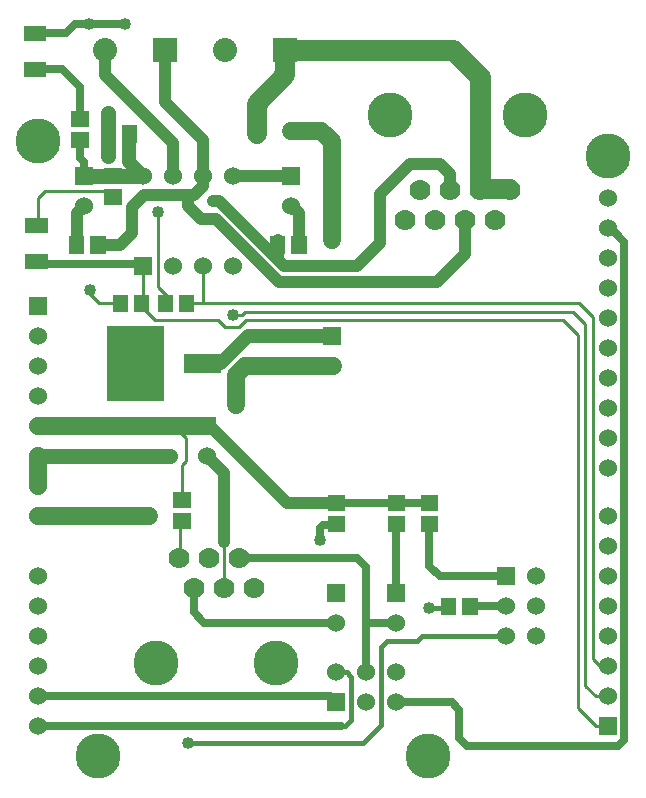
<source format=gbr>
G04 start of page 2 for group 0 idx 0 *
G04 Title: (unknown), component *
G04 Creator: pcb 20110918 *
G04 CreationDate: Sat 02 Feb 2013 11:25:27 PM GMT UTC *
G04 For: petersen *
G04 Format: Gerber/RS-274X *
G04 PCB-Dimensions: 211000 271000 *
G04 PCB-Coordinate-Origin: lower left *
%MOIN*%
%FSLAX25Y25*%
%LNTOP*%
%ADD33C,0.0480*%
%ADD32C,0.1280*%
%ADD31C,0.0300*%
%ADD30C,0.0280*%
%ADD29C,0.0380*%
%ADD28C,0.1285*%
%ADD27C,0.0200*%
%ADD26R,0.0490X0.0490*%
%ADD25R,0.0630X0.0630*%
%ADD24R,0.0360X0.0360*%
%ADD23R,0.0512X0.0512*%
%ADD22C,0.0800*%
%ADD21C,0.1500*%
%ADD20C,0.0150*%
%ADD19C,0.0600*%
%ADD18C,0.0700*%
%ADD17C,0.0450*%
%ADD16C,0.0500*%
%ADD15C,0.0100*%
%ADD14C,0.0250*%
%ADD13C,0.0650*%
%ADD12C,0.0400*%
%ADD11C,0.0001*%
G54D11*G36*
X52500Y129000D02*X33500D01*
Y154000D01*
X52500D01*
Y129000D01*
G37*
G54D12*X95000Y204000D02*X75000D01*
X95000Y194000D02*X97500Y191500D01*
Y180500D01*
X69000Y195500D02*X71000D01*
X70000Y189500D02*X91000Y168500D01*
X71000Y195500D02*X92500Y174000D01*
X90500Y182500D02*Y177000D01*
G54D13*X158000Y199500D02*X168000D01*
G54D12*X153000Y178000D02*Y190000D01*
G54D14*X200500Y186500D02*X201500D01*
X206000Y182000D01*
G54D12*X124500Y198000D02*Y181500D01*
X117000Y174000D01*
X92500D01*
X91000Y168500D02*X143500D01*
X153000Y178000D01*
G54D15*X191000Y161500D02*X69000D01*
X189000Y158500D02*X79500D01*
X185500Y156000D02*X84000D01*
X59500Y161500D02*X74000D01*
X67000Y156000D02*X49500D01*
X45500Y160000D01*
X66000Y156000D02*X70500D01*
X53500Y161500D02*Y164000D01*
X50500Y167000D01*
X45500Y160000D02*Y174500D01*
X50500Y167000D02*Y192000D01*
X75500Y157500D02*X78500D01*
X79500Y158500D01*
X80000Y156000D02*X85000D01*
X65500Y174000D02*Y161500D01*
G54D16*X26000Y204000D02*X45500D01*
G54D12*X55500Y215000D02*Y203500D01*
G54D17*X41000Y218500D02*Y208500D01*
X45500Y204000D01*
G54D12*X62500Y197500D02*X65500Y200500D01*
Y216000D02*Y200500D01*
G54D14*Y204000D02*Y209000D01*
G54D12*X53000Y246000D02*Y228500D01*
X65500Y216000D01*
X51500Y219000D02*X55500Y215000D01*
X33000Y237500D01*
G54D13*X83500Y218000D02*Y228000D01*
X93000Y237500D01*
Y246000D01*
G54D18*X149000D01*
X158000Y237000D01*
Y199500D01*
G54D12*X148000D02*Y204500D01*
X144500Y208000D01*
X134500D01*
X124500Y198000D01*
G54D19*X96500Y219000D02*X105000D01*
X101000D02*X95000D01*
X105000D02*X108500Y215500D01*
Y182500D01*
G54D16*X34000Y225000D02*Y210500D01*
G54D12*X33000Y237500D02*Y246500D01*
G54D14*X12000Y239500D02*X18500D01*
X24500Y233500D01*
Y222500D01*
X39500Y254500D02*X23000D01*
X20000Y251500D01*
X10500D01*
Y20500D02*X111500D01*
G54D15*X113000D01*
G54D20*X115000Y22500D01*
X110000Y20500D02*X113000D01*
G54D14*X10500Y30500D02*X108000D01*
X110000Y28500D01*
X206000Y182000D02*Y16000D01*
G54D15*X195500Y43000D02*Y157000D01*
X191000Y161500D01*
X196500Y30500D02*X193000Y34000D01*
X200500Y20500D02*X196500D01*
X190500Y26500D01*
X193000Y34000D02*Y154500D01*
X190500Y26500D02*Y151000D01*
X193000Y154500D02*X189000Y158500D01*
X190500Y151000D02*X185500Y156000D01*
G54D14*X151000Y26000D02*X148500Y28500D01*
X129500D01*
X206000Y16000D02*X204000Y14000D01*
G54D15*X200500Y40500D02*X198000D01*
X195500Y43000D01*
X200500Y30500D02*X196500D01*
G54D14*X204000Y14000D02*X153500D01*
X151000Y16500D01*
Y26000D01*
X153500Y60500D02*X166500D01*
G54D20*X141000Y60000D02*X148000D01*
X127000Y49000D02*X137000D01*
X138500Y50500D01*
X167000D01*
G54D14*X120000Y38500D02*Y51500D01*
X123500Y55000D02*X130000D01*
G54D20*X115000Y37000D02*X113500Y38500D01*
X110000D01*
X125000Y47000D02*X127000Y49000D01*
G54D14*X126000Y55000D02*X120000D01*
Y73500D02*Y38500D01*
X117000Y76500D02*X120000Y73500D01*
X130000Y88000D02*Y64000D01*
G54D20*X115000Y22500D02*Y37000D01*
X125000Y21000D02*X119000Y15000D01*
G54D14*X104500Y82500D02*Y86500D01*
X105500Y87500D01*
X111000D01*
X77500Y76500D02*X117000D01*
G54D15*X72500Y66500D02*Y82000D01*
X58000Y90000D02*Y76500D01*
G54D14*X110000Y55000D02*X66000D01*
X62500Y58500D01*
Y67000D01*
G54D20*X125000Y47000D02*Y21000D01*
X119000Y15000D02*X60500D01*
G54D16*X31000Y110500D02*X54500D01*
G54D19*X31500Y120500D02*X67000D01*
G54D12*X72500Y82000D02*Y105000D01*
X67000Y110500D01*
G54D15*X58500Y95000D02*Y107500D01*
X60000Y109000D01*
G54D12*X68000Y120500D02*X93500Y95000D01*
G54D19*X10500Y90500D02*X47500D01*
X10500Y110500D02*Y100500D01*
G54D15*X77500Y153500D02*X80000Y156000D01*
X28000Y166000D02*Y164500D01*
X31000Y161500D01*
X38500D01*
X39000Y161000D01*
G54D17*X108500Y150500D02*X80500D01*
X71500Y141500D01*
X65000D01*
G54D14*X109500Y95000D02*X130500D01*
G54D12*X93500D02*X110000D01*
G54D14*X128500D02*X141500D01*
X141000Y88500D02*Y74000D01*
X144500Y70500D01*
X166500D01*
G54D12*X26000Y194000D02*X23500Y191500D01*
Y181000D01*
X30500D02*X38000D01*
G54D14*X26000Y204000D02*Y208500D01*
X24500Y210000D01*
Y216000D01*
G54D12*X38000Y181000D02*X42000Y185000D01*
Y193500D01*
X46000Y197500D01*
X62500D01*
X60500D02*Y194000D01*
X65000Y189500D01*
X70000D01*
G54D14*X8500Y174500D02*X46500D01*
G54D15*X37500Y199000D02*X13000D01*
X10500Y196500D01*
Y187000D01*
G54D19*X40000Y120500D02*X10500D01*
G54D16*Y110500D02*X39500D01*
G54D15*X60000Y109000D02*Y116500D01*
X56500Y120000D01*
G54D12*X67000Y120500D02*X68000D01*
G54D19*X76500Y127500D02*Y137500D01*
X79500Y140500D01*
X109000D01*
G54D15*X70500Y156000D02*X73000Y153500D01*
X77500D01*
G54D21*X200500Y210500D03*
G54D19*Y70500D03*
Y80500D03*
Y90500D03*
Y106500D03*
Y116500D03*
Y126500D03*
Y136500D03*
Y146500D03*
Y156500D03*
Y166500D03*
G54D11*G36*
X42500Y177000D02*Y171000D01*
X48500D01*
Y177000D01*
X42500D01*
G37*
G54D19*X55500Y174000D03*
X65500D03*
X75500D03*
X95000Y194000D03*
G54D11*G36*
X105500Y153500D02*Y147500D01*
X111500D01*
Y153500D01*
X105500D01*
G37*
G54D19*X108500Y140500D03*
G54D11*G36*
X64000Y123500D02*Y117500D01*
X70000D01*
Y123500D01*
X64000D01*
G37*
G54D19*X67000Y110500D03*
G54D18*X133000Y189425D03*
G54D21*X140500Y10500D03*
G54D19*X200500Y176500D03*
G54D11*G36*
X163500Y73500D02*Y67500D01*
X169500D01*
Y73500D01*
X163500D01*
G37*
G36*
X197500Y23500D02*Y17500D01*
X203500D01*
Y23500D01*
X197500D01*
G37*
G54D19*X200500Y30500D03*
Y40500D03*
Y50500D03*
Y60500D03*
X166500D03*
Y50500D03*
X176500Y60500D03*
Y50500D03*
Y70500D03*
G54D18*X57500Y76500D03*
X62500Y66500D03*
X67500Y76500D03*
X72500Y66500D03*
X77500Y76500D03*
X82500Y66500D03*
G54D21*X90000Y41500D03*
G54D19*X110000Y38500D03*
G54D11*G36*
X107000Y31500D02*Y25500D01*
X113000D01*
Y31500D01*
X107000D01*
G37*
G54D19*X120000Y28500D03*
X130000D03*
X120000Y38500D03*
X130000D03*
G54D11*G36*
X127000Y68000D02*Y62000D01*
X133000D01*
Y68000D01*
X127000D01*
G37*
G54D19*X130000Y55000D03*
G54D11*G36*
X107000Y68000D02*Y62000D01*
X113000D01*
Y68000D01*
X107000D01*
G37*
G54D19*X110000Y55000D03*
X200500Y186500D03*
Y196500D03*
G54D18*X168000Y199425D03*
X163000Y189425D03*
X158000Y199425D03*
X153000Y189425D03*
X148000Y199425D03*
X143000Y189425D03*
X138000Y199425D03*
G54D21*X173000Y224425D03*
X128000D03*
X30500Y10500D03*
G54D19*X10500Y70500D03*
Y60500D03*
Y50500D03*
Y40500D03*
Y30500D03*
Y20500D03*
G54D21*X50000Y41500D03*
X10500Y215500D03*
G54D11*G36*
X7500Y163500D02*Y157500D01*
X13500D01*
Y163500D01*
X7500D01*
G37*
G54D19*X10500Y150500D03*
Y140500D03*
Y130500D03*
Y120500D03*
Y110500D03*
Y100500D03*
Y90500D03*
G54D11*G36*
X23000Y207000D02*Y201000D01*
X29000D01*
Y207000D01*
X23000D01*
G37*
G54D19*X26000Y194000D03*
G54D11*G36*
X89000Y250000D02*Y242000D01*
X97000D01*
Y250000D01*
X89000D01*
G37*
G54D22*X73000Y246000D03*
G54D11*G36*
X49000Y250000D02*Y242000D01*
X57000D01*
Y250000D01*
X49000D01*
G37*
G54D22*X33000Y246000D03*
G54D19*X75500Y204000D03*
X65500D03*
X55500D03*
X45500D03*
G54D11*G36*
X92000Y207000D02*Y201000D01*
X98000D01*
Y207000D01*
X92000D01*
G37*
G54D23*X24107Y223043D02*X24893D01*
X8319Y251405D02*X10681D01*
X8319Y239595D02*X10681D01*
X24107Y215957D02*X24893D01*
X41043Y218393D02*Y217607D01*
X33957Y218393D02*Y217607D01*
X35107Y204043D02*X35893D01*
X35107Y196957D02*X35893D01*
G54D24*X96400Y219600D02*Y218400D01*
X83500Y219600D02*Y218400D01*
G54D23*X8819Y187405D02*X11181D01*
X30543Y181393D02*Y180607D01*
X23457Y181393D02*Y180607D01*
X97543Y181393D02*Y180607D01*
X90457Y181393D02*Y180607D01*
X60043Y161893D02*Y161107D01*
G54D25*X62193Y141500D02*X68492D01*
G54D23*X52957Y161893D02*Y161107D01*
X8819Y175595D02*X11181D01*
X37957Y161893D02*Y161107D01*
X45043Y161893D02*Y161107D01*
G54D26*X34700Y120500D02*X38300D01*
X34700Y110500D02*X38300D01*
G54D25*X42508Y141500D02*X48807D01*
G54D23*X109607Y87957D02*X110393D01*
X109607Y95043D02*X110393D01*
X140607Y87957D02*X141393D01*
X129607D02*X130393D01*
X154543Y60893D02*Y60107D01*
X147457Y60893D02*Y60107D01*
X140607Y95043D02*X141393D01*
X58107Y96043D02*X58893D01*
X58107Y88957D02*X58893D01*
X129607Y95043D02*X130393D01*
G54D12*X69000Y195500D03*
X108500Y182500D03*
Y187500D03*
Y192500D03*
X34000Y225000D03*
Y210500D03*
X27500Y254500D03*
X39500D03*
X50500Y192000D03*
X76500Y137500D03*
Y132500D03*
Y127500D03*
X75500Y157500D03*
X28000Y166000D03*
X36500Y151000D03*
Y146000D03*
Y137000D03*
X47000Y134500D03*
Y148500D03*
X55000Y110500D03*
X104500Y82500D03*
X141000Y60000D03*
X50000Y110500D03*
X60500Y15000D03*
X45000Y110500D03*
X47500Y90500D03*
X42500D03*
X37500D03*
X36500Y132000D03*
G54D27*G54D28*G54D29*G54D30*G54D29*G54D31*G54D28*G54D29*G54D31*G54D32*G54D29*G54D31*G54D32*G54D28*G54D29*G54D32*G54D28*G54D29*G54D33*G54D30*G54D29*M02*

</source>
